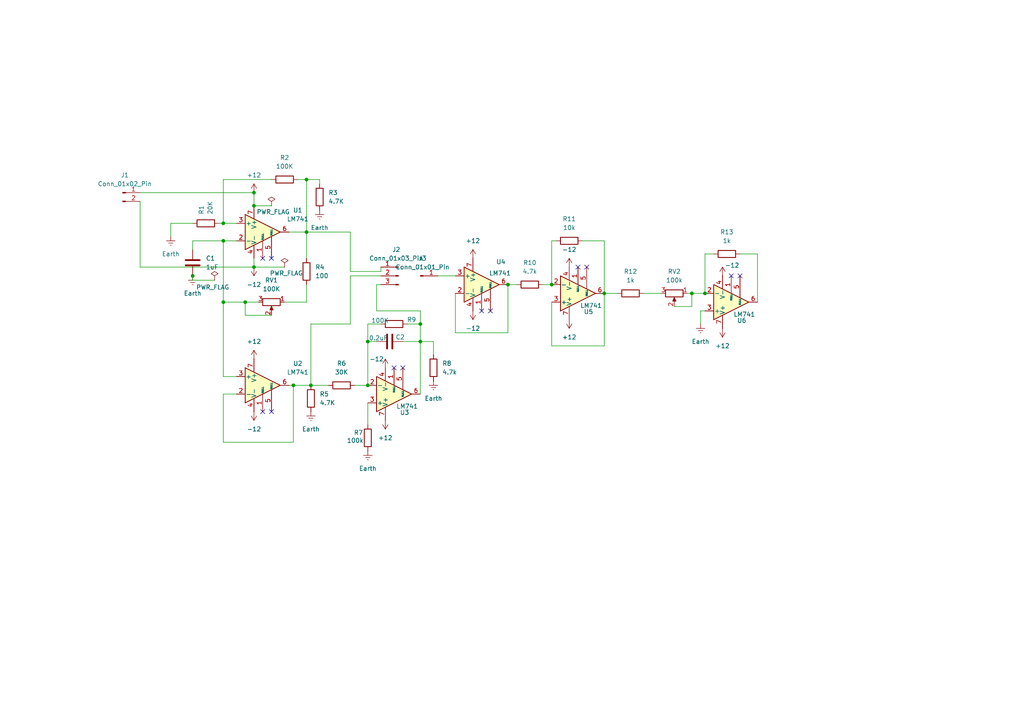
<source format=kicad_sch>
(kicad_sch (version 20231120) (generator "eeschema") (generator_version "8.0")
  (paper "A4")
  (lib_symbols
    (symbol "Amplifier_Operational:LM741" (pin_names (offset 0.127))
      (property "Reference" "U" (at 0 6.35 0))
      (property "Value" "LM741" (at 0 3.81 0))
      (symbol "LM741_0_1"
        (polyline (pts (xy -5.08 5.08) (xy 5.08 0) (xy -5.08 -5.08) (xy -5.08 5.08)) (stroke (width 0.254)) (fill (type background)))
      )
      (symbol "LM741_1_1"
        (pin input line (at 0 -7.62 90) (length 5.08) (name "NULL") (number "1"))
        (pin input line (at -7.62 -2.54 0) (length 2.54) (name "-") (number "2"))
        (pin input line (at -7.62 2.54 0) (length 2.54) (name "+") (number "3"))
        (pin power_in line (at -2.54 -7.62 90) (length 3.81) (name "V-") (number "4"))
        (pin input line (at 2.54 -7.62 90) (length 6.35) (name "NULL") (number "5"))
        (pin output line (at 7.62 0 180) (length 2.54) (name "~") (number "6"))
        (pin power_in line (at -2.54 7.62 270) (length 3.81) (name "V+") (number "7"))
        (pin no_connect line (at 0 2.54 270) (length 2.54) hide (name "NC") (number "8"))
      )
    )
    (symbol "Connector:Conn_01x01_Pin" (pin_names (offset 1.016) hide)
      (property "Reference" "J" (at 0 2.54 0))
      (property "Value" "Conn_01x01_Pin" (at 0 -2.54 0))
      (symbol "Conn_01x01_Pin_1_1"
        (polyline (pts (xy 1.27 0) (xy 0.8636 0)) (stroke (width 0.1524)))
        (rectangle (start 0.8636 0.127) (end 0 -0.127) (stroke (width 0.1524)) (fill (type outline)))
        (pin passive line (at 5.08 0 180) (length 3.81) (name "Pin_1") (number "1"))
      )
    )
    (symbol "Connector:Conn_01x02_Pin" (pin_names (offset 1.016) hide)
      (property "Reference" "J" (at 0 2.54 0))
      (property "Value" "Conn_01x02_Pin" (at 0 -5.08 0))
      (symbol "Conn_01x02_Pin_1_1"
        (polyline (pts (xy 1.27 -2.54) (xy 0.8636 -2.54)) (stroke (width 0.1524)))
        (polyline (pts (xy 1.27 0) (xy 0.8636 0)) (stroke (width 0.1524)))
        (rectangle (start 0.8636 -2.413) (end 0 -2.667) (stroke (width 0.1524)) (fill (type outline)))
        (rectangle (start 0.8636 0.127) (end 0 -0.127) (stroke (width 0.1524)) (fill (type outline)))
        (pin passive line (at 5.08 0 180) (length 3.81) (name "Pin_1") (number "1"))
        (pin passive line (at 5.08 -2.54 180) (length 3.81) (name "Pin_2") (number "2"))
      )
    )
    (symbol "Connector:Conn_01x03_Pin" (pin_names (offset 1.016) hide)
      (property "Reference" "J" (at 0 5.08 0))
      (property "Value" "Conn_01x03_Pin" (at 0 -5.08 0))
      (symbol "Conn_01x03_Pin_1_1"
        (polyline (pts (xy 1.27 -2.54) (xy 0.8636 -2.54)) (stroke (width 0.1524)))
        (polyline (pts (xy 1.27 0) (xy 0.8636 0)) (stroke (width 0.1524)))
        (polyline (pts (xy 1.27 2.54) (xy 0.8636 2.54)) (stroke (width 0.1524)))
        (rectangle (start 0.8636 -2.413) (end 0 -2.667) (stroke (width 0.1524)) (fill (type outline)))
        (rectangle (start 0.8636 0.127) (end 0 -0.127) (stroke (width 0.1524)) (fill (type outline)))
        (rectangle (start 0.8636 2.667) (end 0 2.413) (stroke (width 0.1524)) (fill (type outline)))
        (pin passive line (at 5.08 2.54 180) (length 3.81) (name "Pin_1") (number "1"))
        (pin passive line (at 5.08 0 180) (length 3.81) (name "Pin_2") (number "2"))
        (pin passive line (at 5.08 -2.54 180) (length 3.81) (name "Pin_3") (number "3"))
      )
    )
    (symbol "Device:C" (pin_numbers hide) (pin_names (offset 0.254))
      (property "Reference" "C" (at 0.635 2.54 0))
      (property "Value" "C" (at 0.635 -2.54 0))
      (symbol "C_0_1"
        (polyline (pts (xy -2.032 -0.762) (xy 2.032 -0.762)) (stroke (width 0.508)))
        (polyline (pts (xy -2.032 0.762) (xy 2.032 0.762)) (stroke (width 0.508)))
      )
      (symbol "C_1_1"
        (pin passive line (at 0 3.81 270) (length 2.794) (name "~") (number "1"))
        (pin passive line (at 0 -3.81 90) (length 2.794) (name "~") (number "2"))
      )
    )
    (symbol "Device:R" (pin_numbers hide) (pin_names (offset 0))
      (property "Reference" "R" (at 2.032 0 90))
      (property "Value" "R" (at 0 0 90))
      (symbol "R_0_1"
        (rectangle (start -1.016 -2.54) (end 1.016 2.54) (stroke (width 0.254)))
      )
      (symbol "R_1_1"
        (pin passive line (at 0 3.81 270) (length 1.27) (name "~") (number "1"))
        (pin passive line (at 0 -3.81 90) (length 1.27) (name "~") (number "2"))
      )
    )
    (symbol "Device:R_Potentiometer" (pin_names (offset 1.016) hide)
      (property "Reference" "RV" (at -4.445 0 90))
      (property "Value" "R_Potentiometer" (at -2.54 0 90))
      (symbol "R_Potentiometer_0_1"
        (polyline (pts (xy 2.54 0) (xy 1.524 0)))
        (polyline (pts (xy 1.143 0) (xy 2.286 0.508) (xy 2.286 -0.508) (xy 1.143 0)) (fill (type outline)))
        (rectangle (start 1.016 2.54) (end -1.016 -2.54) (stroke (width 0.254)))
      )
      (symbol "R_Potentiometer_1_1"
        (pin passive line (at 0 3.81 270) (length 1.27) (name "1") (number "1"))
        (pin passive line (at 3.81 0 180) (length 1.27) (name "2") (number "2"))
        (pin passive line (at 0 -3.81 90) (length 1.27) (name "3") (number "3"))
      )
    )
    (symbol "power:Earth" (power) (pin_numbers hide) (pin_names (offset 0) hide)
      (property "Value" "Earth" (at 0 -3.81 0))
      (symbol "Earth_0_1"
        (polyline (pts (xy -0.635 -1.905) (xy 0.635 -1.905)))
        (polyline (pts (xy -0.127 -2.54) (xy 0.127 -2.54)))
        (polyline (pts (xy 0 -1.27) (xy 0 0)))
        (polyline (pts (xy 1.27 -1.27) (xy -1.27 -1.27)))
      )
      (symbol "Earth_1_1"
        (pin power_in line (at 0 0 270) (length 0) (name "~") (number "1"))
      )
    )
    (symbol "power:PWR_FLAG" (power) (pin_numbers hide) (pin_names (offset 0) hide)
      (property "Value" "PWR_FLAG" (at 0 3.81 0))
      (symbol "PWR_FLAG_0_0"
        (pin power_out line (at 0 0 90) (length 0) (name "~") (number "1"))
      )
      (symbol "PWR_FLAG_0_1"
        (polyline (pts (xy 0 0) (xy 0 1.27) (xy -1.016 1.905) (xy 0 2.54) (xy 1.016 1.905) (xy 0 1.27)))
      )
    )
    (symbol "power:VCC" (power) (pin_numbers hide) (pin_names (offset 0) hide)
      (property "Value" "VCC" (at 0 3.556 0))
      (symbol "VCC_0_1"
        (polyline (pts (xy -0.762 1.27) (xy 0 2.54)))
        (polyline (pts (xy 0 0) (xy 0 2.54)))
        (polyline (pts (xy 0 2.54) (xy 0.762 1.27)))
      )
      (symbol "VCC_1_1"
        (pin power_in line (at 0 0 90) (length 0) (name "~") (number "1"))
      )
    )
  )
  (junction (at 55.88 80.01))
  (junction (at 147.32 82.55))
  (junction (at 106.68 99.06))
  (junction (at 121.92 93.98))
  (junction (at 73.66 77.47))
  (junction (at 64.77 87.63))
  (junction (at 121.92 99.06))
  (junction (at 88.9 52.07))
  (junction (at 160.02 82.55))
  (junction (at 64.77 64.77))
  (junction (at 204.47 85.09))
  (junction (at 73.66 59.69))
  (junction (at 90.17 111.76))
  (junction (at 85.09 111.76))
  (junction (at 175.26 85.09))
  (junction (at 71.12 87.63))
  (junction (at 106.68 111.76))
  (junction (at 200.66 85.09))
  (junction (at 73.66 55.88))
  (junction (at 64.77 69.85))
  (junction (at 88.9 67.31))
  (no_connect (at 170.18 77.47))
  (no_connect (at 167.64 77.47))
  (no_connect (at 76.2 74.93))
  (no_connect (at 139.7 90.17))
  (no_connect (at 114.3 106.68))
  (no_connect (at 142.24 90.17))
  (no_connect (at 78.74 74.93))
  (no_connect (at 76.2 119.38))
  (no_connect (at 214.63 80.01))
  (no_connect (at 116.84 106.68))
  (no_connect (at 212.09 80.01))
  (no_connect (at 78.74 119.38))
  (wire (pts (xy 83.82 67.31) (xy 88.9 67.31)))
  (wire (pts (xy 68.58 109.22) (xy 64.77 109.22)))
  (wire (pts (xy 64.77 52.07) (xy 64.77 64.77)))
  (wire (pts (xy 73.66 59.69) (xy 78.74 59.69)))
  (wire (pts (xy 64.77 114.3) (xy 64.77 128.27)))
  (wire (pts (xy 92.71 52.07) (xy 88.9 52.07)))
  (wire (pts (xy 109.22 90.17) (xy 121.92 90.17)))
  (wire (pts (xy 175.26 85.09) (xy 179.07 85.09)))
  (wire (pts (xy 204.47 73.66) (xy 204.47 85.09)))
  (wire (pts (xy 132.08 85.09) (xy 132.08 96.52)))
  (wire (pts (xy 121.92 99.06) (xy 125.73 99.06)))
  (wire (pts (xy 175.26 100.33) (xy 175.26 85.09)))
  (wire (pts (xy 116.84 99.06) (xy 121.92 99.06)))
  (wire (pts (xy 106.68 93.98) (xy 106.68 99.06)))
  (wire (pts (xy 55.88 69.85) (xy 55.88 72.39)))
  (wire (pts (xy 168.91 69.85) (xy 175.26 69.85)))
  (wire (pts (xy 200.66 88.9) (xy 200.66 85.09)))
  (wire (pts (xy 106.68 116.84) (xy 106.68 123.19)))
  (wire (pts (xy 101.6 78.74) (xy 101.6 67.31)))
  (wire (pts (xy 85.09 111.76) (xy 90.17 111.76)))
  (wire (pts (xy 101.6 67.31) (xy 88.9 67.31)))
  (wire (pts (xy 110.49 93.98) (xy 106.68 93.98)))
  (wire (pts (xy 68.58 114.3) (xy 64.77 114.3)))
  (wire (pts (xy 127 80.01) (xy 132.08 80.01)))
  (wire (pts (xy 88.9 82.55) (xy 88.9 87.63)))
  (wire (pts (xy 40.64 58.42) (xy 40.64 77.47)))
  (wire (pts (xy 86.36 52.07) (xy 88.9 52.07)))
  (wire (pts (xy 175.26 69.85) (xy 175.26 85.09)))
  (wire (pts (xy 110.49 82.55) (xy 109.22 82.55)))
  (wire (pts (xy 49.53 64.77) (xy 49.53 68.58)))
  (wire (pts (xy 88.9 52.07) (xy 88.9 67.31)))
  (wire (pts (xy 55.88 64.77) (xy 49.53 64.77)))
  (wire (pts (xy 121.92 90.17) (xy 121.92 93.98)))
  (wire (pts (xy 71.12 87.63) (xy 64.77 87.63)))
  (wire (pts (xy 101.6 93.98) (xy 90.17 93.98)))
  (wire (pts (xy 102.87 111.76) (xy 106.68 111.76)))
  (wire (pts (xy 92.71 53.34) (xy 92.71 52.07)))
  (wire (pts (xy 78.74 52.07) (xy 64.77 52.07)))
  (wire (pts (xy 40.64 77.47) (xy 73.66 77.47)))
  (wire (pts (xy 160.02 87.63) (xy 160.02 100.33)))
  (wire (pts (xy 78.74 91.44) (xy 71.12 91.44)))
  (wire (pts (xy 219.71 87.63) (xy 219.71 73.66)))
  (wire (pts (xy 203.2 90.17) (xy 203.2 93.98)))
  (wire (pts (xy 109.22 99.06) (xy 106.68 99.06)))
  (wire (pts (xy 64.77 109.22) (xy 64.77 87.63)))
  (wire (pts (xy 195.58 88.9) (xy 200.66 88.9)))
  (wire (pts (xy 157.48 82.55) (xy 160.02 82.55)))
  (wire (pts (xy 109.22 82.55) (xy 109.22 90.17)))
  (wire (pts (xy 110.49 78.74) (xy 110.49 77.47)))
  (wire (pts (xy 147.32 82.55) (xy 149.86 82.55)))
  (wire (pts (xy 64.77 64.77) (xy 68.58 64.77)))
  (wire (pts (xy 207.01 73.66) (xy 204.47 73.66)))
  (wire (pts (xy 88.9 87.63) (xy 82.55 87.63)))
  (wire (pts (xy 219.71 73.66) (xy 214.63 73.66)))
  (wire (pts (xy 101.6 80.01) (xy 101.6 93.98)))
  (wire (pts (xy 125.73 99.06) (xy 125.73 102.87)))
  (wire (pts (xy 106.68 99.06) (xy 106.68 111.76)))
  (wire (pts (xy 64.77 87.63) (xy 64.77 69.85)))
  (wire (pts (xy 63.5 64.77) (xy 64.77 64.77)))
  (wire (pts (xy 85.09 111.76) (xy 85.09 128.27)))
  (wire (pts (xy 73.66 77.47) (xy 82.55 77.47)))
  (wire (pts (xy 204.47 90.17) (xy 203.2 90.17)))
  (wire (pts (xy 186.69 85.09) (xy 191.77 85.09)))
  (wire (pts (xy 83.82 111.76) (xy 85.09 111.76)))
  (wire (pts (xy 118.11 93.98) (xy 121.92 93.98)))
  (wire (pts (xy 55.88 81.28) (xy 55.88 80.01)))
  (wire (pts (xy 62.23 81.28) (xy 55.88 81.28)))
  (wire (pts (xy 160.02 69.85) (xy 160.02 82.55)))
  (wire (pts (xy 73.66 55.88) (xy 73.66 59.69)))
  (wire (pts (xy 200.66 85.09) (xy 204.47 85.09)))
  (wire (pts (xy 68.58 69.85) (xy 64.77 69.85)))
  (wire (pts (xy 132.08 96.52) (xy 147.32 96.52)))
  (wire (pts (xy 147.32 96.52) (xy 147.32 82.55)))
  (wire (pts (xy 90.17 111.76) (xy 95.25 111.76)))
  (wire (pts (xy 88.9 67.31) (xy 88.9 74.93)))
  (wire (pts (xy 71.12 91.44) (xy 71.12 87.63)))
  (wire (pts (xy 101.6 78.74) (xy 110.49 78.74)))
  (wire (pts (xy 40.64 55.88) (xy 73.66 55.88)))
  (wire (pts (xy 110.49 80.01) (xy 101.6 80.01)))
  (wire (pts (xy 64.77 128.27) (xy 85.09 128.27)))
  (wire (pts (xy 64.77 69.85) (xy 55.88 69.85)))
  (wire (pts (xy 90.17 93.98) (xy 90.17 111.76)))
  (wire (pts (xy 160.02 100.33) (xy 175.26 100.33)))
  (wire (pts (xy 199.39 85.09) (xy 200.66 85.09)))
  (wire (pts (xy 121.92 93.98) (xy 121.92 99.06)))
  (wire (pts (xy 73.66 77.47) (xy 73.66 74.93)))
  (wire (pts (xy 74.93 87.63) (xy 71.12 87.63)))
  (wire (pts (xy 161.29 69.85) (xy 160.02 69.85)))
  (wire (pts (xy 121.92 99.06) (xy 121.92 114.3)))
  (symbol (lib_id "Device:R") (at 125.73 106.68 0) (unit 1)
    (property "Reference" "R8" (at 128.27 105.4099 0) (effects (justify left)))
    (property "Value" "4.7k" (at 128.27 107.9499 0) (effects (justify left)))
    (property "Footprint" "Resistor_THT:R_Axial_DIN0207_L6.3mm_D2.5mm_P10.16mm_Horizontal" (effects (hide yes)))
    (property "Description" "Resistor" (effects (hide yes)))
  )
  (symbol (lib_id "Connector:Conn_01x02_Pin") (at 35.56 55.88 0) (unit 1)
    (property "Reference" "J1" (at 36.195 50.8 0))
    (property "Value" "Conn_01x02_Pin" (at 36.195 53.34 0))
    (property "Footprint" "Connector_PinSocket_2.54mm:PinSocket_1x02_P2.54mm_Vertical" (effects (hide yes)))
    (property "Description" "Generic connector, single row, 01x02, script generated" (effects (hide yes)))
  )
  (symbol (lib_id "Amplifier_Operational:LM741") (at 76.2 111.76 0) (unit 1)
    (property "Reference" "U2" (at 86.36 105.4414 0))
    (property "Value" "LM741" (at 86.36 107.9814 0))
    (property "Footprint" "Package_DIP:DIP-8_W7.62mm" (effects (hide yes)))
    (property "Datasheet" "http://www.ti.com/lit/ds/symlink/lm741.pdf" (effects (hide yes)))
    (property "Description" "Operational Amplifier, DIP-8/TO-99-8" (effects (hide yes)))
  )
  (symbol (lib_id "power:Earth") (at 49.53 68.58 0) (unit 1)
    (property "Reference" "#PWR02" (effects (hide yes)))
    (property "Value" "Earth" (at 49.53 73.66 0))
    (property "Description" "Power symbol creates a global label with name \"Earth\"" (effects (hide yes)))
  )
  (symbol (lib_id "power:PWR_FLAG") (at 78.74 59.69 0) (unit 1)
    (property "Reference" "#FLG02" (effects (hide yes)))
    (property "Value" "PWR_FLAG" (at 79.248 61.468 0))
    (property "Description" "Special symbol for telling ERC where power comes from" (effects (hide yes)))
  )
  (symbol (lib_id "power:VCC") (at 111.76 121.92 0) (mirror x) (unit 1)
    (property "Reference" "#PWR012" (effects (hide yes)))
    (property "Value" "+12" (at 111.76 127 0))
    (property "Description" "Power symbol creates a global label with name \"VCC\"" (effects (hide yes)))
  )
  (symbol (lib_id "Amplifier_Operational:LM741") (at 139.7 82.55 0) (unit 1)
    (property "Reference" "U4" (at 145.288 75.946 0))
    (property "Value" "LM741" (at 145.034 79.248 0))
    (property "Footprint" "Package_DIP:DIP-8_W7.62mm" (effects (hide yes)))
    (property "Datasheet" "http://www.ti.com/lit/ds/symlink/lm741.pdf" (effects (hide yes)))
    (property "Description" "Operational Amplifier, DIP-8/TO-99-8" (effects (hide yes)))
  )
  (symbol (lib_id "power:VCC") (at 137.16 90.17 0) (mirror x) (unit 1)
    (property "Reference" "#PWR018" (effects (hide yes)))
    (property "Value" "-12" (at 137.16 95.25 0))
    (property "Description" "Power symbol creates a global label with name \"VCC\"" (effects (hide yes)))
  )
  (symbol (lib_id "Device:R") (at 153.67 82.55 270) (unit 1)
    (property "Reference" "R10" (at 153.67 76.2 90))
    (property "Value" "4.7k" (at 153.67 78.74 90))
    (property "Footprint" "Resistor_THT:R_Axial_DIN0207_L6.3mm_D2.5mm_P10.16mm_Horizontal" (effects (hide yes)))
    (property "Description" "Resistor" (effects (hide yes)))
  )
  (symbol (lib_id "power:Earth") (at 90.17 119.38 0) (unit 1)
    (property "Reference" "#PWR03" (effects (hide yes)))
    (property "Value" "Earth" (at 90.17 124.46 0))
    (property "Description" "Power symbol creates a global label with name \"Earth\"" (effects (hide yes)))
  )
  (symbol (lib_id "Device:R") (at 182.88 85.09 270) (unit 1)
    (property "Reference" "R12" (at 182.88 78.74 90))
    (property "Value" "1k" (at 182.88 81.28 90))
    (property "Footprint" "Resistor_THT:R_Axial_DIN0207_L6.3mm_D2.5mm_P10.16mm_Horizontal" (effects (hide yes)))
    (property "Description" "Resistor" (effects (hide yes)))
  )
  (symbol (lib_id "power:VCC") (at 209.55 95.25 0) (mirror x) (unit 1)
    (property "Reference" "#PWR014" (effects (hide yes)))
    (property "Value" "+12" (at 209.55 100.33 0))
    (property "Description" "Power symbol creates a global label with name \"VCC\"" (effects (hide yes)))
  )
  (symbol (lib_id "Amplifier_Operational:LM741") (at 114.3 114.3 0) (mirror x) (unit 1)
    (property "Reference" "U3" (at 117.348 119.634 0))
    (property "Value" "LM741" (at 118.11 117.856 0))
    (property "Footprint" "Package_DIP:DIP-8_W7.62mm" (effects (hide yes)))
    (property "Datasheet" "http://www.ti.com/lit/ds/symlink/lm741.pdf" (effects (hide yes)))
    (property "Description" "Operational Amplifier, DIP-8/TO-99-8" (effects (hide yes)))
  )
  (symbol (lib_id "Device:R_Potentiometer") (at 78.74 87.63 270) (unit 1)
    (property "Reference" "RV1" (at 78.74 81.28 90))
    (property "Value" "100K" (at 78.74 83.82 90))
    (property "Footprint" "Potentiometer_THT:Potentiometer_Alps_RK09Y11_Single_Horizontal" (effects (hide yes)))
    (property "Description" "Potentiometer" (effects (hide yes)))
  )
  (symbol (lib_id "Device:C") (at 55.88 76.2 0) (unit 1)
    (property "Reference" "C1" (at 59.69 74.9299 0) (effects (justify left)))
    (property "Value" "1uF" (at 59.69 77.4699 0) (effects (justify left)))
    (property "Footprint" "Capacitor_THT:C_Disc_D7.0mm_W2.5mm_P5.00mm" (effects (hide yes)))
    (property "Description" "Unpolarized capacitor" (effects (hide yes)))
  )
  (symbol (lib_id "Device:R") (at 106.68 127 0) (unit 1)
    (property "Reference" "R7" (at 102.616 125.476 0) (effects (justify left)))
    (property "Value" "100k" (at 100.584 127.762 0) (effects (justify left)))
    (property "Footprint" "Resistor_THT:R_Axial_DIN0207_L6.3mm_D2.5mm_P10.16mm_Horizontal" (effects (hide yes)))
    (property "Description" "Resistor" (effects (hide yes)))
  )
  (symbol (lib_id "power:VCC") (at 73.66 77.47 0) (mirror x) (unit 1)
    (property "Reference" "#PWR08" (effects (hide yes)))
    (property "Value" "-12" (at 73.66 82.55 0))
    (property "Description" "Power symbol creates a global label with name \"VCC\"" (effects (hide yes)))
  )
  (symbol (lib_id "Amplifier_Operational:LM741") (at 212.09 87.63 0) (mirror x) (unit 1)
    (property "Reference" "U6" (at 215.138 92.964 0))
    (property "Value" "LM741" (at 215.9 91.186 0))
    (property "Footprint" "Package_DIP:DIP-8_W7.62mm" (effects (hide yes)))
    (property "Datasheet" "http://www.ti.com/lit/ds/symlink/lm741.pdf" (effects (hide yes)))
    (property "Description" "Operational Amplifier, DIP-8/TO-99-8" (effects (hide yes)))
  )
  (symbol (lib_id "power:Earth") (at 203.2 93.98 0) (unit 1)
    (property "Reference" "#PWR06" (effects (hide yes)))
    (property "Value" "Earth" (at 203.2 99.06 0))
    (property "Description" "Power symbol creates a global label with name \"Earth\"" (effects (hide yes)))
  )
  (symbol (lib_id "Device:R") (at 210.82 73.66 270) (unit 1)
    (property "Reference" "R13" (at 210.82 67.31 90))
    (property "Value" "1k" (at 210.82 69.85 90))
    (property "Footprint" "Resistor_THT:R_Axial_DIN0207_L6.3mm_D2.5mm_P10.16mm_Horizontal" (effects (hide yes)))
    (property "Description" "Resistor" (effects (hide yes)))
  )
  (symbol (lib_id "power:Earth") (at 125.73 110.49 0) (unit 1)
    (property "Reference" "#PWR05" (effects (hide yes)))
    (property "Value" "Earth" (at 125.73 115.57 0))
    (property "Description" "Power symbol creates a global label with name \"Earth\"" (effects (hide yes)))
  )
  (symbol (lib_id "power:VCC") (at 111.76 106.68 0) (unit 1)
    (property "Reference" "#PWR011" (effects (hide yes)))
    (property "Value" "-12" (at 109.22 104.14 0))
    (property "Description" "Power symbol creates a global label with name \"VCC\"" (effects (hide yes)))
  )
  (symbol (lib_id "Device:R") (at 82.55 52.07 270) (unit 1)
    (property "Reference" "R2" (at 82.55 45.72 90))
    (property "Value" "100K" (at 82.55 48.26 90))
    (property "Footprint" "Resistor_THT:R_Axial_DIN0207_L6.3mm_D2.5mm_P10.16mm_Horizontal" (effects (hide yes)))
    (property "Description" "Resistor" (effects (hide yes)))
  )
  (symbol (lib_id "power:PWR_FLAG") (at 62.23 81.28 0) (unit 1)
    (property "Reference" "#FLG01" (effects (hide yes)))
    (property "Value" "PWR_FLAG" (at 61.722 83.312 0))
    (property "Description" "Special symbol for telling ERC where power comes from" (effects (hide yes)))
  )
  (symbol (lib_id "power:VCC") (at 137.16 74.93 0) (unit 1)
    (property "Reference" "#PWR017" (effects (hide yes)))
    (property "Value" "+12" (at 137.16 69.85 0))
    (property "Description" "Power symbol creates a global label with name \"VCC\"" (effects (hide yes)))
  )
  (symbol (lib_id "power:VCC") (at 73.66 104.14 0) (unit 1)
    (property "Reference" "#PWR09" (effects (hide yes)))
    (property "Value" "+12" (at 73.66 99.06 0))
    (property "Description" "Power symbol creates a global label with name \"VCC\"" (effects (hide yes)))
  )
  (symbol (lib_id "Device:R") (at 90.17 115.57 0) (unit 1)
    (property "Reference" "R5" (at 92.71 114.2999 0) (effects (justify left)))
    (property "Value" "4.7K" (at 92.71 116.8399 0) (effects (justify left)))
    (property "Footprint" "Resistor_THT:R_Axial_DIN0207_L6.3mm_D2.5mm_P10.16mm_Horizontal" (effects (hide yes)))
    (property "Description" "Resistor" (effects (hide yes)))
  )
  (symbol (lib_id "Device:R") (at 88.9 78.74 0) (unit 1)
    (property "Reference" "R4" (at 91.44 77.4699 0) (effects (justify left)))
    (property "Value" "100" (at 91.44 80.0099 0) (effects (justify left)))
    (property "Footprint" "Resistor_THT:R_Axial_DIN0207_L6.3mm_D2.5mm_P10.16mm_Horizontal" (effects (hide yes)))
    (property "Description" "Resistor" (effects (hide yes)))
  )
  (symbol (lib_id "power:VCC") (at 209.55 80.01 0) (unit 1)
    (property "Reference" "#PWR013" (effects (hide yes)))
    (property "Value" "-12" (at 212.344 76.962 0))
    (property "Description" "Power symbol creates a global label with name \"VCC\"" (effects (hide yes)))
  )
  (symbol (lib_id "Amplifier_Operational:LM741") (at 76.2 67.31 0) (unit 1)
    (property "Reference" "U1" (at 86.36 60.9914 0))
    (property "Value" "LM741" (at 86.36 63.5314 0))
    (property "Footprint" "Package_DIP:DIP-8_W7.62mm" (effects (hide yes)))
    (property "Datasheet" "http://www.ti.com/lit/ds/symlink/lm741.pdf" (effects (hide yes)))
    (property "Description" "Operational Amplifier, DIP-8/TO-99-8" (effects (hide yes)))
  )
  (symbol (lib_id "power:PWR_FLAG") (at 82.55 77.47 0) (unit 1)
    (property "Reference" "#FLG03" (effects (hide yes)))
    (property "Value" "PWR_FLAG" (at 83.058 79.248 0))
    (property "Description" "Special symbol for telling ERC where power comes from" (effects (hide yes)))
  )
  (symbol (lib_id "power:VCC") (at 165.1 77.47 0) (unit 1)
    (property "Reference" "#PWR015" (effects (hide yes)))
    (property "Value" "-12" (at 165.1 72.39 0))
    (property "Description" "Power symbol creates a global label with name \"VCC\"" (effects (hide yes)))
  )
  (symbol (lib_id "Device:R") (at 59.69 64.77 90) (unit 1)
    (property "Reference" "R1" (at 58.4199 62.23 0) (effects (justify left)))
    (property "Value" "20K" (at 60.9599 62.23 0) (effects (justify left)))
    (property "Footprint" "Resistor_THT:R_Axial_DIN0207_L6.3mm_D2.5mm_P10.16mm_Horizontal" (effects (hide yes)))
    (property "Description" "Resistor" (effects (hide yes)))
  )
  (symbol (lib_id "Device:R") (at 92.71 57.15 0) (unit 1)
    (property "Reference" "R3" (at 95.25 55.8799 0) (effects (justify left)))
    (property "Value" "4.7K" (at 95.25 58.4199 0) (effects (justify left)))
    (property "Footprint" "Resistor_THT:R_Axial_DIN0207_L6.3mm_D2.5mm_P10.16mm_Horizontal" (effects (hide yes)))
    (property "Description" "Resistor" (effects (hide yes)))
  )
  (symbol (lib_id "power:Earth") (at 55.88 80.01 0) (unit 1)
    (property "Reference" "#PWR01" (effects (hide yes)))
    (property "Value" "Earth" (at 55.88 85.09 0))
    (property "Description" "Power symbol creates a global label with name \"Earth\"" (effects (hide yes)))
  )
  (symbol (lib_id "Device:R") (at 165.1 69.85 270) (unit 1)
    (property "Reference" "R11" (at 165.1 63.5 90))
    (property "Value" "10k" (at 165.1 66.04 90))
    (property "Footprint" "Resistor_THT:R_Axial_DIN0207_L6.3mm_D2.5mm_P10.16mm_Horizontal" (effects (hide yes)))
    (property "Description" "Resistor" (effects (hide yes)))
  )
  (symbol (lib_id "power:VCC") (at 73.66 55.88 0) (unit 1)
    (property "Reference" "#PWR07" (effects (hide yes)))
    (property "Value" "+12" (at 73.66 50.8 0))
    (property "Description" "Power symbol creates a global label with name \"VCC\"" (effects (hide yes)))
  )
  (symbol (lib_id "Connector:Conn_01x03_Pin") (at 115.57 80.01 0) (mirror y) (unit 1)
    (property "Reference" "J2" (at 114.935 72.39 0))
    (property "Value" "Conn_01x03_Pin" (at 114.935 74.93 0))
    (property "Footprint" "Connector_PinSocket_2.54mm:PinSocket_1x03_P2.54mm_Vertical" (effects (hide yes)))
    (property "Description" "Generic connector, single row, 01x03, script generated" (effects (hide yes)))
  )
  (symbol (lib_id "power:VCC") (at 73.66 119.38 0) (mirror x) (unit 1)
    (property "Reference" "#PWR010" (effects (hide yes)))
    (property "Value" "-12" (at 73.66 124.46 0))
    (property "Description" "Power symbol creates a global label with name \"VCC\"" (effects (hide yes)))
  )
  (symbol (lib_id "Device:R") (at 114.3 93.98 90) (unit 1)
    (property "Reference" "R9" (at 119.38 92.71 90))
    (property "Value" "100K" (at 110.236 92.964 90))
    (property "Footprint" "Resistor_THT:R_Axial_DIN0207_L6.3mm_D2.5mm_P10.16mm_Horizontal" (effects (hide yes)))
    (property "Description" "Resistor" (effects (hide yes)))
  )
  (symbol (lib_id "power:Earth") (at 92.71 60.96 0) (unit 1)
    (property "Reference" "#PWR019" (effects (hide yes)))
    (property "Value" "Earth" (at 92.71 66.04 0))
    (property "Description" "Power symbol creates a global label with name \"Earth\"" (effects (hide yes)))
  )
  (symbol (lib_id "Device:R_Potentiometer") (at 195.58 85.09 270) (unit 1)
    (property "Reference" "RV2" (at 195.58 78.74 90))
    (property "Value" "100k" (at 195.58 81.28 90))
    (property "Footprint" "Potentiometer_THT:Potentiometer_Alps_RK09Y11_Single_Horizontal" (effects (hide yes)))
    (property "Description" "Potentiometer" (effects (hide yes)))
  )
  (symbol (lib_id "Device:R") (at 99.06 111.76 270) (unit 1)
    (property "Reference" "R6" (at 99.06 105.41 90))
    (property "Value" "30K" (at 99.06 107.95 90))
    (property "Footprint" "Resistor_THT:R_Axial_DIN0207_L6.3mm_D2.5mm_P10.16mm_Horizontal" (effects (hide yes)))
    (property "Description" "Resistor" (effects (hide yes)))
  )
  (symbol (lib_id "power:VCC") (at 165.1 92.71 0) (mirror x) (unit 1)
    (property "Reference" "#PWR016" (effects (hide yes)))
    (property "Value" "+12" (at 165.1 97.79 0))
    (property "Description" "Power symbol creates a global label with name \"VCC\"" (effects (hide yes)))
  )
  (symbol (lib_id "Connector:Conn_01x01_Pin") (at 121.92 80.01 0) (unit 1)
    (property "Reference" "J3" (at 122.555 74.93 0))
    (property "Value" "Conn_01x01_Pin" (at 122.555 77.47 0))
    (property "Footprint" "Connector_PinSocket_2.54mm:PinSocket_1x01_P2.54mm_Vertical" (effects (hide yes)))
    (property "Description" "Generic connector, single row, 01x01, script generated" (effects (hide yes)))
  )
  (symbol (lib_id "power:Earth") (at 106.68 130.81 0) (unit 1)
    (property "Reference" "#PWR04" (effects (hide yes)))
    (property "Value" "Earth" (at 106.68 135.89 0))
    (property "Description" "Power symbol creates a global label with name \"Earth\"" (effects (hide yes)))
  )
  (symbol (lib_id "Device:C") (at 113.03 99.06 270) (unit 1)
    (property "Reference" "C2" (at 116.078 97.79 90))
    (property "Value" "0.2uF" (at 109.728 98.044 90))
    (property "Footprint" "Capacitor_THT:C_Disc_D7.0mm_W2.5mm_P5.00mm" (effects (hide yes)))
    (property "Description" "Unpolarized capacitor" (effects (hide yes)))
  )
  (symbol (lib_id "Amplifier_Operational:LM741") (at 167.64 85.09 0) (mirror x) (unit 1)
    (property "Reference" "U5" (at 170.688 90.424 0))
    (property "Value" "LM741" (at 171.45 88.646 0))
    (property "Footprint" "Package_DIP:DIP-8_W7.62mm" (effects (hide yes)))
    (property "Datasheet" "http://www.ti.com/lit/ds/symlink/lm741.pdf" (effects (hide yes)))
    (property "Description" "Operational Amplifier, DIP-8/TO-99-8" (effects (hide yes)))
  )
)
</source>
